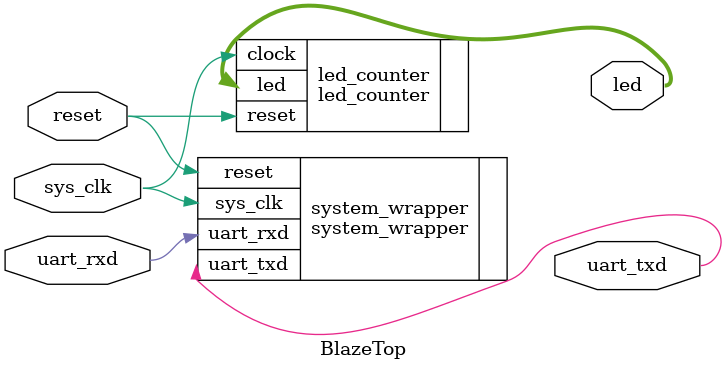
<source format=v>
`timescale 1ns / 1ps


module BlazeTop(
    reset, sys_clk, uart_rxd, uart_txd, led
    );
    input reset;
    input sys_clk;
    input uart_rxd;
    output uart_txd;
    output [3:0] led;

    system_wrapper  system_wrapper(
        .reset(reset),
        .sys_clk(sys_clk),
        .uart_rxd(uart_rxd),
        .uart_txd(uart_txd)
    );

    wire [3:0] led;
    led_counter led_counter(
        .reset(reset),
        .clock(sys_clk),
        .led(led)
    );
endmodule

</source>
